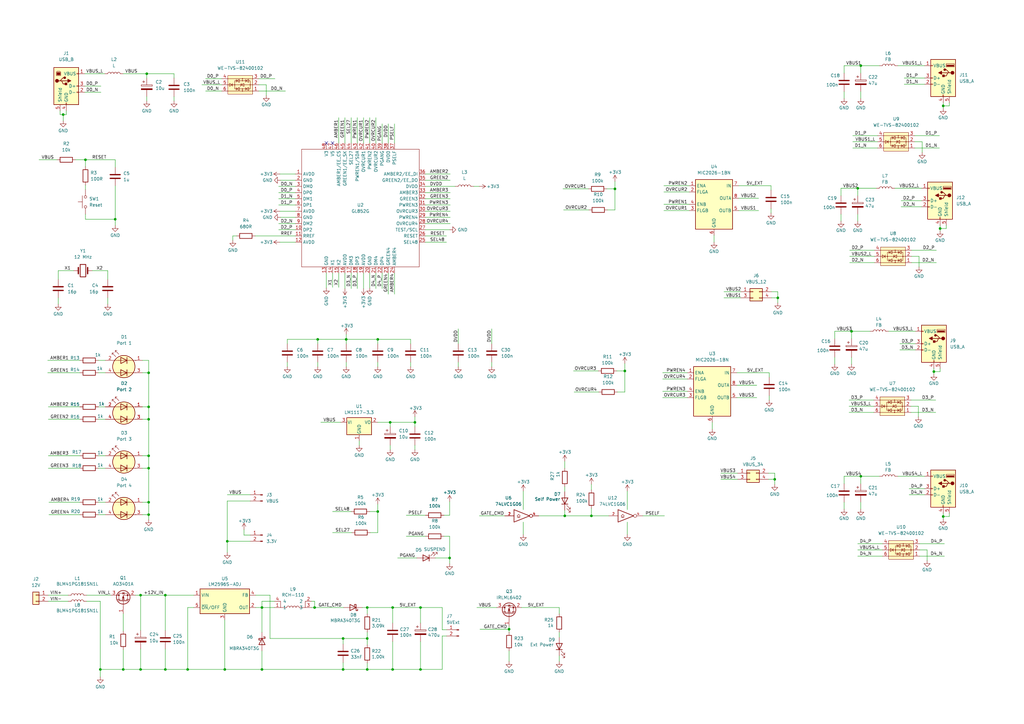
<source format=kicad_sch>
(kicad_sch (version 20211123) (generator eeschema)
  (paper "A3")
  (junction (at 383.032 152.4))
  (junction (at 231.648 211.582))
  (junction (at 60.96 211.074))
  (junction (at 60.96 205.994))
  (junction (at 252.222 77.47))
  (junction (at 57.658 244.094))
  (junction (at 140.716 274.574))
  (junction (at 67.818 274.574))
  (junction (at 130.302 139.192))
  (junction (at 208.788 258.064))
  (junction (at 150.622 249.174))
  (junction (at 107.442 249.174))
  (junction (at 60.96 166.878))
  (junction (at 170.18 173.228))
  (junction (at 150.622 261.874))
  (junction (at 140.716 261.874))
  (junction (at 154.94 209.804))
  (junction (at 161.036 249.174))
  (junction (at 76.962 274.574))
  (junction (at 67.818 244.094))
  (junction (at 60.198 30.226))
  (junction (at 256.286 152.146))
  (junction (at 172.466 249.174))
  (junction (at 184.404 228.854))
  (junction (at 50.546 274.574))
  (junction (at 154.94 139.192))
  (junction (at 25.908 46.99))
  (junction (at 129.032 249.174))
  (junction (at 317.754 196.596))
  (junction (at 141.986 139.192))
  (junction (at 60.96 186.944))
  (junction (at 92.202 274.574))
  (junction (at 351.79 77.216))
  (junction (at 93.218 221.996))
  (junction (at 172.466 274.574))
  (junction (at 319.024 122.174))
  (junction (at 60.96 192.024))
  (junction (at 60.96 152.908))
  (junction (at 161.036 274.574))
  (junction (at 150.622 274.574))
  (junction (at 353.06 26.924))
  (junction (at 47.244 89.916))
  (junction (at 349.25 135.89))
  (junction (at 57.658 274.574))
  (junction (at 160.02 173.228))
  (junction (at 60.96 171.958))
  (junction (at 41.148 274.574))
  (junction (at 107.442 274.574))
  (junction (at 353.06 195.326))
  (junction (at 386.842 43.434))
  (junction (at 242.57 211.582))
  (junction (at 385.572 93.726))
  (junction (at 386.842 211.836))
  (junction (at 35.052 65.532))
  (no_connect (at 133.858 58.674))
  (no_connect (at 136.398 58.674))
  (wire (pts (xy 60.96 166.878) (xy 60.96 171.958)))
  (wire (pts (xy 107.442 274.574) (xy 140.716 274.574)))
  (wire (pts (xy 181.356 274.574) (xy 172.466 274.574)))
  (wire (pts (xy 346.202 26.924) (xy 346.202 29.972)))
  (wire (pts (xy 23.876 110.998) (xy 23.876 114.554)))
  (wire (pts (xy 316.484 119.634) (xy 319.024 119.634)))
  (wire (pts (xy 201.676 148.59) (xy 201.676 150.368)))
  (wire (pts (xy 303.022 86.36) (xy 311.15 86.36)))
  (wire (pts (xy 60.96 192.024) (xy 60.96 205.994)))
  (wire (pts (xy 342.392 135.89) (xy 342.392 138.938)))
  (wire (pts (xy 375.158 60.706) (xy 385.318 60.706)))
  (wire (pts (xy 40.386 166.878) (xy 43.18 166.878)))
  (wire (pts (xy 252.222 86.106) (xy 249.174 86.106)))
  (wire (pts (xy 248.92 77.47) (xy 252.222 77.47)))
  (wire (pts (xy 121.158 99.314) (xy 114.808 99.314)))
  (wire (pts (xy 242.57 208.534) (xy 242.57 211.582)))
  (wire (pts (xy 154.94 148.59) (xy 154.94 150.368)))
  (wire (pts (xy 172.466 255.524) (xy 172.466 249.174)))
  (wire (pts (xy 133.858 112.014) (xy 133.858 118.11)))
  (wire (pts (xy 147.32 180.848) (xy 147.32 182.626)))
  (wire (pts (xy 388.112 93.726) (xy 385.572 93.726)))
  (wire (pts (xy 106.172 37.338) (xy 117.094 37.338)))
  (wire (pts (xy 168.402 148.59) (xy 168.402 150.368)))
  (wire (pts (xy 256.286 160.782) (xy 253.238 160.782)))
  (wire (pts (xy 174.498 78.994) (xy 184.658 78.994)))
  (wire (pts (xy 170.18 182.626) (xy 170.18 184.404)))
  (wire (pts (xy 114.3 78.994) (xy 121.158 78.994)))
  (wire (pts (xy 351.79 228.092) (xy 361.95 228.092)))
  (wire (pts (xy 196.85 258.064) (xy 208.788 258.064)))
  (wire (pts (xy 150.622 264.414) (xy 150.622 261.874)))
  (wire (pts (xy 389.382 210.566) (xy 389.382 211.836)))
  (wire (pts (xy 368.3 26.924) (xy 379.222 26.924)))
  (wire (pts (xy 30.226 110.998) (xy 23.876 110.998)))
  (wire (pts (xy 351.79 87.884) (xy 351.79 90.678)))
  (wire (pts (xy 184.404 205.74) (xy 184.404 211.328)))
  (wire (pts (xy 149.098 112.014) (xy 149.098 118.364)))
  (wire (pts (xy 117.856 140.97) (xy 117.856 139.192)))
  (wire (pts (xy 377.952 82.296) (xy 369.57 82.296)))
  (wire (pts (xy 19.558 147.828) (xy 32.766 147.828)))
  (wire (pts (xy 47.244 76.2) (xy 47.244 89.916)))
  (wire (pts (xy 168.402 140.97) (xy 168.402 139.192)))
  (wire (pts (xy 40.386 152.908) (xy 43.18 152.908)))
  (wire (pts (xy 50.546 274.574) (xy 57.658 274.574)))
  (wire (pts (xy 154.94 139.192) (xy 168.402 139.192)))
  (wire (pts (xy 84.328 37.338) (xy 90.932 37.338)))
  (wire (pts (xy 57.658 244.094) (xy 57.658 258.572)))
  (wire (pts (xy 57.658 244.094) (xy 67.818 244.094)))
  (wire (pts (xy 154.178 48.26) (xy 154.178 58.674)))
  (wire (pts (xy 174.498 71.374) (xy 184.658 71.374)))
  (wire (pts (xy 160.02 173.228) (xy 170.18 173.228)))
  (wire (pts (xy 136.398 112.014) (xy 136.398 117.856)))
  (wire (pts (xy 271.78 155.448) (xy 281.94 155.448)))
  (wire (pts (xy 174.498 99.314) (xy 183.134 99.314)))
  (wire (pts (xy 35.052 65.532) (xy 35.052 68.326)))
  (wire (pts (xy 19.558 152.908) (xy 32.766 152.908)))
  (wire (pts (xy 35.052 75.946) (xy 35.052 77.724)))
  (wire (pts (xy 242.57 198.628) (xy 242.57 200.914)))
  (wire (pts (xy 166.624 211.328) (xy 174.498 211.328)))
  (wire (pts (xy 148.59 249.174) (xy 150.622 249.174)))
  (wire (pts (xy 373.888 105.156) (xy 376.936 105.156)))
  (wire (pts (xy 27.178 45.466) (xy 27.178 46.99)))
  (wire (pts (xy 315.468 154.686) (xy 315.468 152.908)))
  (wire (pts (xy 160.02 173.228) (xy 160.02 175.006)))
  (wire (pts (xy 16.002 65.532) (xy 23.368 65.532)))
  (wire (pts (xy 25.908 46.99) (xy 24.638 46.99)))
  (wire (pts (xy 302.26 157.988) (xy 310.388 157.988)))
  (wire (pts (xy 174.498 84.074) (xy 184.658 84.074)))
  (wire (pts (xy 60.96 171.958) (xy 60.96 186.944)))
  (wire (pts (xy 377.952 84.836) (xy 369.57 84.836)))
  (wire (pts (xy 174.498 76.454) (xy 186.69 76.454)))
  (wire (pts (xy 50.546 266.446) (xy 50.546 274.574)))
  (wire (pts (xy 34.798 30.226) (xy 42.926 30.226)))
  (wire (pts (xy 348.234 166.624) (xy 358.394 166.624)))
  (wire (pts (xy 110.744 244.094) (xy 110.744 261.874)))
  (wire (pts (xy 60.96 147.828) (xy 60.96 152.908)))
  (wire (pts (xy 282.702 86.36) (xy 272.288 86.36)))
  (wire (pts (xy 93.218 221.996) (xy 93.218 226.568)))
  (wire (pts (xy 41.148 246.634) (xy 41.148 274.574)))
  (wire (pts (xy 369.062 140.97) (xy 375.412 140.97)))
  (wire (pts (xy 102.616 219.456) (xy 100.076 219.456)))
  (wire (pts (xy 114.3 81.534) (xy 121.158 81.534)))
  (wire (pts (xy 161.036 263.144) (xy 161.036 274.574)))
  (wire (pts (xy 353.06 195.326) (xy 353.06 198.374)))
  (wire (pts (xy 30.988 65.532) (xy 35.052 65.532)))
  (wire (pts (xy 60.96 171.958) (xy 58.42 171.958)))
  (wire (pts (xy 121.158 73.914) (xy 115.062 73.914)))
  (wire (pts (xy 213.868 249.174) (xy 229.362 249.174)))
  (wire (pts (xy 130.302 148.59) (xy 130.302 150.368)))
  (wire (pts (xy 35.052 87.884) (xy 35.052 89.916)))
  (wire (pts (xy 19.812 171.958) (xy 32.766 171.958)))
  (wire (pts (xy 150.622 251.714) (xy 150.622 249.174)))
  (wire (pts (xy 114.3 76.454) (xy 121.158 76.454)))
  (wire (pts (xy 174.498 81.534) (xy 184.658 81.534)))
  (wire (pts (xy 154.94 206.756) (xy 154.94 209.804)))
  (wire (pts (xy 19.812 166.878) (xy 32.766 166.878)))
  (wire (pts (xy 19.812 246.634) (xy 27.94 246.634)))
  (wire (pts (xy 144.018 209.804) (xy 136.398 209.804)))
  (wire (pts (xy 257.302 214.122) (xy 257.302 219.202)))
  (wire (pts (xy 76.962 249.174) (xy 76.962 274.574)))
  (wire (pts (xy 50.546 251.714) (xy 50.546 258.826)))
  (wire (pts (xy 315.214 194.056) (xy 317.754 194.056)))
  (wire (pts (xy 161.798 50.8) (xy 161.798 58.674)))
  (wire (pts (xy 256.286 152.146) (xy 256.286 160.782)))
  (wire (pts (xy 252.984 152.146) (xy 256.286 152.146)))
  (wire (pts (xy 351.79 77.216) (xy 359.41 77.216)))
  (wire (pts (xy 174.498 94.234) (xy 184.404 94.234)))
  (wire (pts (xy 163.068 228.854) (xy 170.942 228.854)))
  (wire (pts (xy 154.94 209.804) (xy 154.94 218.44)))
  (wire (pts (xy 106.172 32.258) (xy 112.776 32.258)))
  (wire (pts (xy 241.554 86.106) (xy 231.14 86.106)))
  (wire (pts (xy 379.222 34.544) (xy 370.84 34.544)))
  (wire (pts (xy 346.202 195.326) (xy 346.202 198.374)))
  (wire (pts (xy 372.872 202.946) (xy 379.222 202.946)))
  (wire (pts (xy 67.818 274.574) (xy 76.962 274.574)))
  (wire (pts (xy 71.374 39.624) (xy 71.374 41.402)))
  (wire (pts (xy 373.634 169.164) (xy 383.794 169.164)))
  (wire (pts (xy 19.812 186.944) (xy 32.766 186.944)))
  (wire (pts (xy 348.234 164.084) (xy 358.394 164.084)))
  (wire (pts (xy 95.504 96.774) (xy 95.504 98.552)))
  (wire (pts (xy 174.498 96.774) (xy 183.134 96.774)))
  (wire (pts (xy 141.478 112.014) (xy 141.478 118.364)))
  (wire (pts (xy 292.1 173.228) (xy 292.1 176.022)))
  (wire (pts (xy 369.062 143.51) (xy 375.412 143.51)))
  (wire (pts (xy 60.96 152.908) (xy 58.42 152.908)))
  (wire (pts (xy 140.716 274.574) (xy 150.622 274.574)))
  (wire (pts (xy 151.638 48.26) (xy 151.638 58.674)))
  (wire (pts (xy 373.634 166.624) (xy 376.682 166.624)))
  (wire (pts (xy 58.42 186.944) (xy 60.96 186.944)))
  (wire (pts (xy 35.052 65.532) (xy 47.244 65.532)))
  (wire (pts (xy 154.94 140.97) (xy 154.94 139.192)))
  (wire (pts (xy 146.558 48.26) (xy 146.558 58.674)))
  (wire (pts (xy 141.986 137.16) (xy 141.986 139.192)))
  (wire (pts (xy 92.202 254.254) (xy 92.202 274.574)))
  (wire (pts (xy 231.648 211.582) (xy 242.57 211.582)))
  (wire (pts (xy 151.638 209.804) (xy 154.94 209.804)))
  (wire (pts (xy 375.158 58.166) (xy 378.206 58.166)))
  (wire (pts (xy 92.202 274.574) (xy 107.442 274.574)))
  (wire (pts (xy 317.754 196.596) (xy 317.754 198.628)))
  (wire (pts (xy 107.442 274.574) (xy 107.442 266.954)))
  (wire (pts (xy 349.25 135.89) (xy 349.25 138.938)))
  (wire (pts (xy 303.022 81.28) (xy 311.15 81.28)))
  (wire (pts (xy 79.502 249.174) (xy 76.962 249.174)))
  (wire (pts (xy 351.79 223.012) (xy 361.95 223.012)))
  (wire (pts (xy 104.648 96.774) (xy 121.158 96.774)))
  (wire (pts (xy 348.234 169.164) (xy 358.394 169.164)))
  (wire (pts (xy 386.842 210.566) (xy 386.842 211.836)))
  (wire (pts (xy 385.572 151.13) (xy 385.572 152.4)))
  (wire (pts (xy 40.386 192.024) (xy 43.18 192.024)))
  (wire (pts (xy 316.23 77.978) (xy 316.23 76.2)))
  (wire (pts (xy 107.442 249.174) (xy 112.522 249.174)))
  (wire (pts (xy 214.63 214.122) (xy 214.63 219.202)))
  (wire (pts (xy 104.902 244.094) (xy 110.744 244.094)))
  (wire (pts (xy 303.022 76.2) (xy 316.23 76.2)))
  (wire (pts (xy 388.112 92.456) (xy 388.112 93.726)))
  (wire (pts (xy 346.202 26.924) (xy 353.06 26.924)))
  (wire (pts (xy 93.218 205.486) (xy 93.218 221.996)))
  (wire (pts (xy 159.258 112.014) (xy 159.258 120.65)))
  (wire (pts (xy 385.572 93.726) (xy 385.572 94.742)))
  (wire (pts (xy 346.202 37.592) (xy 346.202 40.386)))
  (wire (pts (xy 150.622 274.574) (xy 161.036 274.574)))
  (wire (pts (xy 114.3 94.234) (xy 121.158 94.234)))
  (wire (pts (xy 150.622 249.174) (xy 161.036 249.174)))
  (wire (pts (xy 344.932 77.216) (xy 351.79 77.216)))
  (wire (pts (xy 231.648 209.296) (xy 231.648 211.582)))
  (wire (pts (xy 129.032 246.634) (xy 129.032 249.174)))
  (wire (pts (xy 302.514 194.056) (xy 295.656 194.056)))
  (wire (pts (xy 349.758 55.626) (xy 359.918 55.626)))
  (wire (pts (xy 154.178 112.014) (xy 154.178 118.364)))
  (wire (pts (xy 44.196 122.174) (xy 44.196 124.714)))
  (wire (pts (xy 346.202 205.994) (xy 346.202 208.788)))
  (wire (pts (xy 349.25 135.89) (xy 356.87 135.89)))
  (wire (pts (xy 208.788 256.794) (xy 208.788 258.064)))
  (wire (pts (xy 229.362 261.366) (xy 229.362 259.334)))
  (wire (pts (xy 178.562 228.854) (xy 184.404 228.854)))
  (wire (pts (xy 282.702 83.82) (xy 272.288 83.82)))
  (wire (pts (xy 35.56 246.634) (xy 41.148 246.634)))
  (wire (pts (xy 107.442 249.174) (xy 107.442 259.334)))
  (wire (pts (xy 316.484 122.174) (xy 319.024 122.174)))
  (wire (pts (xy 34.798 35.306) (xy 41.402 35.306)))
  (wire (pts (xy 67.818 258.572) (xy 67.818 244.094)))
  (wire (pts (xy 319.024 119.634) (xy 319.024 122.174)))
  (wire (pts (xy 60.96 192.024) (xy 58.42 192.024)))
  (wire (pts (xy 37.846 110.998) (xy 44.196 110.998)))
  (wire (pts (xy 315.214 196.596) (xy 317.754 196.596)))
  (wire (pts (xy 380.238 225.552) (xy 380.238 229.87)))
  (wire (pts (xy 60.96 205.994) (xy 60.96 211.074)))
  (wire (pts (xy 161.036 255.524) (xy 161.036 249.174)))
  (wire (pts (xy 187.96 148.59) (xy 187.96 150.368)))
  (wire (pts (xy 344.932 77.216) (xy 344.932 80.264)))
  (wire (pts (xy 112.522 246.634) (xy 107.442 246.634)))
  (wire (pts (xy 144.272 218.44) (xy 136.398 218.44)))
  (wire (pts (xy 372.872 200.406) (xy 379.222 200.406)))
  (wire (pts (xy 346.202 195.326) (xy 353.06 195.326)))
  (wire (pts (xy 349.758 60.706) (xy 359.918 60.706)))
  (wire (pts (xy 184.404 219.964) (xy 182.118 219.964)))
  (wire (pts (xy 302.26 163.068) (xy 310.388 163.068)))
  (wire (pts (xy 141.986 140.97) (xy 141.986 139.192)))
  (wire (pts (xy 378.206 58.166) (xy 378.206 62.484)))
  (wire (pts (xy 364.49 135.89) (xy 375.412 135.89)))
  (wire (pts (xy 181.356 249.174) (xy 172.466 249.174)))
  (wire (pts (xy 47.244 65.532) (xy 47.244 68.58)))
  (wire (pts (xy 127.762 249.174) (xy 129.032 249.174)))
  (wire (pts (xy 172.466 249.174) (xy 161.036 249.174)))
  (wire (pts (xy 376.682 166.624) (xy 376.682 170.942)))
  (wire (pts (xy 141.986 139.192) (xy 154.94 139.192)))
  (wire (pts (xy 377.19 223.012) (xy 387.35 223.012)))
  (wire (pts (xy 60.96 152.908) (xy 60.96 166.878)))
  (wire (pts (xy 195.58 249.174) (xy 203.708 249.174)))
  (wire (pts (xy 19.812 244.094) (xy 27.94 244.094)))
  (wire (pts (xy 351.79 225.552) (xy 361.95 225.552)))
  (wire (pts (xy 109.22 34.798) (xy 109.22 39.116)))
  (wire (pts (xy 150.622 272.034) (xy 150.622 274.574)))
  (wire (pts (xy 57.658 266.192) (xy 57.658 274.574)))
  (wire (pts (xy 55.626 244.094) (xy 57.658 244.094)))
  (wire (pts (xy 208.788 258.064) (xy 208.788 259.334)))
  (wire (pts (xy 146.558 112.014) (xy 146.558 118.364)))
  (wire (pts (xy 151.638 112.014) (xy 151.638 118.11)))
  (wire (pts (xy 172.466 274.574) (xy 172.466 263.144)))
  (wire (pts (xy 214.63 201.422) (xy 214.63 209.042)))
  (wire (pts (xy 130.302 140.97) (xy 130.302 139.192)))
  (wire (pts (xy 106.172 34.798) (xy 109.22 34.798)))
  (wire (pts (xy 129.032 249.174) (xy 140.97 249.174)))
  (wire (pts (xy 40.386 211.074) (xy 43.18 211.074)))
  (wire (pts (xy 349.758 58.166) (xy 359.918 58.166)))
  (wire (pts (xy 174.498 91.694) (xy 184.658 91.694)))
  (wire (pts (xy 385.572 92.456) (xy 385.572 93.726)))
  (wire (pts (xy 271.78 152.908) (xy 281.94 152.908)))
  (wire (pts (xy 263.652 211.582) (xy 272.542 211.582)))
  (wire (pts (xy 114.3 84.074) (xy 121.158 84.074)))
  (wire (pts (xy 60.198 39.624) (xy 60.198 41.402)))
  (wire (pts (xy 319.024 122.174) (xy 319.024 124.206)))
  (wire (pts (xy 353.06 205.994) (xy 353.06 208.788)))
  (wire (pts (xy 41.148 274.574) (xy 50.546 274.574)))
  (wire (pts (xy 383.032 152.4) (xy 383.032 153.416)))
  (wire (pts (xy 229.362 249.174) (xy 229.362 251.714)))
  (wire (pts (xy 127.762 246.634) (xy 129.032 246.634)))
  (wire (pts (xy 159.258 50.8) (xy 159.258 58.674)))
  (wire (pts (xy 296.926 119.634) (xy 303.784 119.634)))
  (wire (pts (xy 60.96 211.074) (xy 58.42 211.074)))
  (wire (pts (xy 161.036 274.574) (xy 172.466 274.574)))
  (wire (pts (xy 67.818 244.094) (xy 79.502 244.094)))
  (wire (pts (xy 41.148 274.574) (xy 41.148 277.622)))
  (wire (pts (xy 60.96 186.944) (xy 60.96 192.024)))
  (wire (pts (xy 181.356 258.318) (xy 181.356 249.174)))
  (wire (pts (xy 97.028 96.774) (xy 95.504 96.774)))
  (wire (pts (xy 342.392 135.89) (xy 349.25 135.89)))
  (wire (pts (xy 140.716 261.874) (xy 140.716 264.16)))
  (wire (pts (xy 252.222 74.422) (xy 252.222 77.47)))
  (wire (pts (xy 377.19 225.552) (xy 380.238 225.552)))
  (wire (pts (xy 353.06 26.924) (xy 353.06 29.972)))
  (wire (pts (xy 154.94 218.44) (xy 151.892 218.44)))
  (wire (pts (xy 19.812 192.024) (xy 32.766 192.024)))
  (wire (pts (xy 71.374 32.004) (xy 71.374 30.226)))
  (wire (pts (xy 71.374 30.226) (xy 60.198 30.226)))
  (wire (pts (xy 150.622 261.874) (xy 150.622 259.334)))
  (wire (pts (xy 271.78 160.528) (xy 281.94 160.528)))
  (wire (pts (xy 35.052 89.916) (xy 47.244 89.916)))
  (wire (pts (xy 373.634 164.084) (xy 383.794 164.084)))
  (wire (pts (xy 389.382 211.836) (xy 386.842 211.836)))
  (wire (pts (xy 47.244 89.916) (xy 47.244 92.456)))
  (wire (pts (xy 386.842 42.164) (xy 386.842 43.434)))
  (wire (pts (xy 174.498 73.914) (xy 184.658 73.914)))
  (wire (pts (xy 252.222 77.47) (xy 252.222 86.106)))
  (wire (pts (xy 58.42 147.828) (xy 60.96 147.828)))
  (wire (pts (xy 368.3 195.326) (xy 379.222 195.326)))
  (wire (pts (xy 282.702 78.74) (xy 272.288 78.74)))
  (wire (pts (xy 138.938 112.014) (xy 138.938 117.856)))
  (wire (pts (xy 292.862 96.52) (xy 292.862 99.314)))
  (wire (pts (xy 375.158 55.626) (xy 385.318 55.626)))
  (wire (pts (xy 174.498 86.614) (xy 184.658 86.614)))
  (wire (pts (xy 389.382 43.434) (xy 386.842 43.434)))
  (wire (pts (xy 379.222 32.004) (xy 370.84 32.004)))
  (wire (pts (xy 138.938 48.26) (xy 138.938 58.674)))
  (wire (pts (xy 140.716 261.874) (xy 150.622 261.874)))
  (wire (pts (xy 60.96 211.074) (xy 60.96 213.106)))
  (wire (pts (xy 170.18 175.006) (xy 170.18 173.228)))
  (wire (pts (xy 58.42 166.878) (xy 60.96 166.878)))
  (wire (pts (xy 377.19 228.092) (xy 387.35 228.092)))
  (wire (pts (xy 302.26 152.908) (xy 315.468 152.908)))
  (wire (pts (xy 194.31 76.454) (xy 196.596 76.454)))
  (wire (pts (xy 208.788 266.954) (xy 208.788 271.272)))
  (wire (pts (xy 107.442 246.634) (xy 107.442 249.174)))
  (wire (pts (xy 92.202 274.574) (xy 76.962 274.574)))
  (wire (pts (xy 385.572 152.4) (xy 383.032 152.4)))
  (wire (pts (xy 40.386 171.958) (xy 43.18 171.958)))
  (wire (pts (xy 117.856 139.192) (xy 130.302 139.192)))
  (wire (pts (xy 271.78 163.068) (xy 281.94 163.068)))
  (wire (pts (xy 35.56 244.094) (xy 45.466 244.094)))
  (wire (pts (xy 220.98 211.582) (xy 231.648 211.582)))
  (wire (pts (xy 166.624 219.964) (xy 174.498 219.964)))
  (wire (pts (xy 156.718 50.8) (xy 156.718 58.674)))
  (wire (pts (xy 302.514 196.596) (xy 295.656 196.596)))
  (wire (pts (xy 316.23 85.598) (xy 316.23 87.376)))
  (wire (pts (xy 348.488 105.156) (xy 358.648 105.156)))
  (wire (pts (xy 67.818 266.192) (xy 67.818 274.574)))
  (wire (pts (xy 50.546 30.226) (xy 60.198 30.226)))
  (wire (pts (xy 353.06 37.592) (xy 353.06 40.386)))
  (wire (pts (xy 131.572 173.228) (xy 139.7 173.228)))
  (wire (pts (xy 160.02 182.626) (xy 160.02 184.404)))
  (wire (pts (xy 20.066 211.074) (xy 32.766 211.074)))
  (wire (pts (xy 57.658 274.574) (xy 67.818 274.574)))
  (wire (pts (xy 144.018 112.014) (xy 144.018 118.364)))
  (wire (pts (xy 229.362 268.986) (xy 229.362 271.272)))
  (wire (pts (xy 231.648 192.024) (xy 231.648 189.23)))
  (wire (pts (xy 353.06 26.924) (xy 360.68 26.924)))
  (wire (pts (xy 141.478 48.26) (xy 141.478 58.674)))
  (wire (pts (xy 25.908 46.99) (xy 25.908 49.53)))
  (wire (pts (xy 40.386 205.994) (xy 43.18 205.994)))
  (wire (pts (xy 149.098 48.26) (xy 149.098 58.674)))
  (wire (pts (xy 231.648 201.676) (xy 231.648 199.644)))
  (wire (pts (xy 181.356 260.858) (xy 181.356 274.574)))
  (wire (pts (xy 349.25 146.558) (xy 349.25 149.352)))
  (wire (pts (xy 20.066 205.994) (xy 32.766 205.994)))
  (wire (pts (xy 141.986 148.59) (xy 141.986 150.368)))
  (wire (pts (xy 130.302 139.192) (xy 141.986 139.192)))
  (wire (pts (xy 183.134 258.318) (xy 181.356 258.318)))
  (wire (pts (xy 24.638 46.99) (xy 24.638 45.466)))
  (wire (pts (xy 27.178 46.99) (xy 25.908 46.99)))
  (wire (pts (xy 156.718 112.014) (xy 156.718 118.364)))
  (wire (pts (xy 344.932 87.884) (xy 344.932 90.678)))
  (wire (pts (xy 196.596 211.582) (xy 207.01 211.582)))
  (wire (pts (xy 23.876 122.174) (xy 23.876 124.714)))
  (wire (pts (xy 256.286 149.098) (xy 256.286 152.146)))
  (wire (pts (xy 93.218 202.946) (xy 102.616 202.946)))
  (wire (pts (xy 170.18 170.942) (xy 170.18 173.228)))
  (wire (pts (xy 110.744 261.874) (xy 140.716 261.874)))
  (wire (pts (xy 367.03 77.216) (xy 377.952 77.216)))
  (wire (pts (xy 342.392 146.558) (xy 342.392 149.352)))
  (wire (pts (xy 182.118 211.328) (xy 184.404 211.328)))
  (wire (pts (xy 235.458 160.782) (xy 245.618 160.782)))
  (wire (pts (xy 184.404 219.964) (xy 184.404 228.854)))
  (wire (pts (xy 315.468 162.306) (xy 315.468 164.084)))
  (wire (pts (xy 386.842 43.434) (xy 386.842 44.45)))
  (wire (pts (xy 174.498 89.154) (xy 184.658 89.154)))
  (wire (pts (xy 34.798 37.846) (xy 41.402 37.846)))
  (wire (pts (xy 84.328 32.258) (xy 90.932 32.258)))
  (wire (pts (xy 114.3 91.694) (xy 121.158 91.694)))
  (wire (pts (xy 242.57 211.582) (xy 249.682 211.582)))
  (wire (pts (xy 184.404 228.854) (xy 184.404 231.14)))
  (wire (pts (xy 376.936 105.156) (xy 376.936 109.474)))
  (wire (pts (xy 117.856 148.59) (xy 117.856 150.368)))
  (wire (pts (xy 161.798 112.014) (xy 161.798 120.65)))
  (wire (pts (xy 257.302 201.422) (xy 257.302 209.042)))
  (wire (pts (xy 386.842 211.836) (xy 386.842 212.852)))
  (wire (pts (xy 104.902 249.174) (xy 107.442 249.174)))
  (wire (pts (xy 241.3 77.47) (xy 230.886 77.47)))
  (wire (pts (xy 348.488 107.696) (xy 358.648 107.696)))
  (wire (pts (xy 187.96 140.97) (xy 187.96 134.874)))
  (wire (pts (xy 102.616 205.486) (xy 93.218 205.486)))
  (wire (pts (xy 44.196 110.998) (xy 44.196 114.554)))
  (wire (pts (xy 121.158 71.374) (xy 114.808 71.374)))
  (wire (pts (xy 183.134 260.858) (xy 181.356 260.858)))
  (wire (pts (xy 40.386 147.828) (xy 43.18 147.828)))
  (wire (pts (xy 296.926 122.174) (xy 303.784 122.174)))
  (wire (pts (xy 348.488 102.616) (xy 358.648 102.616)))
  (wire (pts (xy 144.018 48.26) (xy 144.018 58.674)))
  (wire (pts (xy 383.032 151.13) (xy 383.032 152.4)))
  (wire (pts (xy 100.076 217.17) (xy 100.076 219.456)))
  (wire (pts (xy 235.204 152.146) (xy 245.364 152.146)))
  (wire (pts (xy 40.386 186.944) (xy 43.18 186.944)))
  (wire (pts (xy 58.42 205.994) (xy 60.96 205.994)))
  (wire (pts (xy 353.06 195.326) (xy 360.68 195.326)))
  (wire (pts (xy 373.888 107.696) (xy 384.048 107.696)))
  (wire (pts (xy 389.382 42.164) (xy 389.382 43.434)))
  (wire (pts (xy 282.702 76.2) (xy 272.288 76.2)))
  (wire (pts (xy 121.158 86.614) (xy 114.808 86.614)))
  (wire (pts (xy 60.198 30.226) (xy 60.198 32.004)))
  (wire (pts (xy 140.716 271.78) (xy 140.716 274.574)))
  (wire (pts (xy 201.676 140.97) (xy 201.676 134.874)))
  (wire (pts (xy 317.754 194.056) (xy 317.754 196.596)))
  (wire (pts (xy 82.804 34.798) (xy 90.932 34.798)))
  (wire (pts (xy 351.79 77.216) (xy 351.79 80.264)))
  (wire (pts (xy 154.94 173.228) (xy 160.02 173.228)))
  (wire (pts (xy 121.158 89.154) (xy 115.062 89.154)))
  (wire (pts (xy 102.616 221.996) (xy 93.218 221.996)))
  (wire (pts (xy 373.888 102.616) (xy 384.048 102.616)))
  (label "AMBER1" (at 138.938 49.022 270))
  (label "VBUS3" (at 309.372 163.068 180))
  (label "DVDD" (at 201.676 140.462 90))
  (label "D0_N" (at 84.836 37.338 0))
  (label "D4_P" (at 378.46 200.406 180))
  (label "GATE_CMD" (at 197.104 211.582 0))
  (label "D1_N" (at 350.52 60.706 0))
  (label "D4_N" (at 386.588 228.092 180))
  (label "VBUS2_L" (at 349.25 105.156 0))
  (label "VBUS3_L" (at 366.268 135.89 0))
  (label "PSELF" (at 264.668 211.582 0))
  (label "VBUS2" (at 310.134 81.28 180))
  (label "OVRCUR3" (at 183.896 86.614 180))
  (label "DVDD" (at 187.96 140.462 90))
  (label "PWREN1" (at 281.94 83.82 180))
  (label "VBUS1_L" (at 370.078 26.924 0))
  (label "PGANG" (at 163.83 228.854 0))
  (label "D2_N" (at 115.062 91.694 0))
  (label "X2" (at 138.938 117.094 90))
  (label "D3_P" (at 348.996 164.084 0))
  (label "VBUS4" (at 346.964 195.326 0))
  (label "AMBER1" (at 28.194 147.828 180))
  (label "PSELF" (at 167.386 211.328 0))
  (label "D3_P" (at 146.558 117.602 90))
  (label "5V_EXT" (at 306.324 152.908 0))
  (label "D3_P" (at 383.032 164.084 180))
  (label "DVDD" (at 159.258 51.308 270))
  (label "GREEN4" (at 159.258 119.888 90))
  (label "GREEN1" (at 28.194 152.908 180))
  (label "D3_N" (at 383.032 169.164 180))
  (label "GREEN2" (at 28.194 171.958 180))
  (label "X2" (at 42.164 110.998 180))
  (label "VBUS" (at 17.018 65.532 0))
  (label "VBUS1" (at 310.134 86.36 180))
  (label "GREEN3" (at 183.896 81.534 180))
  (label "VBUS" (at 93.98 202.946 0))
  (label "D1_P" (at 115.062 84.074 0))
  (label "RREF" (at 115.062 96.774 0))
  (label "OVRCUR4" (at 244.856 160.782 180))
  (label "PGANG" (at 156.718 51.562 270))
  (label "D4_P" (at 352.552 223.012 0))
  (label "D1_N" (at 379.476 60.706 0))
  (label "D0_P" (at 106.68 32.258 0))
  (label "D2_N" (at 370.332 84.836 0))
  (label "GREEN3" (at 28.194 192.024 180))
  (label "VBUS_L" (at 83.312 34.798 0))
  (label "SEL27" (at 143.51 218.44 180))
  (label "D0_N" (at 35.306 37.846 0))
  (label "RESET" (at 182.372 96.774 180))
  (label "VBUS4" (at 309.372 157.988 180))
  (label "D1_P" (at 350.52 55.626 0))
  (label "VBUS3" (at 301.752 194.056 180))
  (label "GREEN4" (at 20.828 211.074 0))
  (label "D1_N" (at 371.602 34.544 0))
  (label "VBUS" (at 196.342 249.174 0))
  (label "VIN+" (at 20.574 244.094 0))
  (label "VIN-" (at 20.574 246.634 0))
  (label "D0_N" (at 115.062 76.454 0))
  (label "D1_P" (at 371.602 32.004 0))
  (label "D3_N" (at 374.65 143.51 180))
  (label "VBUS1" (at 297.688 122.174 0))
  (label "D2_P" (at 370.332 82.296 0))
  (label "VBUS4_L" (at 352.552 225.552 0))
  (label "AMBER3" (at 28.194 186.944 180))
  (label "AMBER4" (at 161.798 119.888 90))
  (label "PWREN2" (at 281.94 76.2 180))
  (label "RESET" (at 43.688 65.532 180))
  (label "PWREN3" (at 281.178 160.528 180))
  (label "PWREN4" (at 281.178 152.908 180))
  (label "D3_N" (at 144.018 117.602 90))
  (label "X1" (at 136.398 117.094 90))
  (label "D4_P" (at 386.588 223.012 180))
  (label "D4_N" (at 378.46 202.946 180))
  (label "PSELF" (at 161.798 51.562 270))
  (label "OVRCUR3" (at 244.602 152.146 180))
  (label "SEL48" (at 182.372 99.314 180))
  (label "GREEN1" (at 141.478 49.022 270))
  (label "PWREN3" (at 183.896 84.074 180))
  (label "D3_N" (at 348.996 169.164 0))
  (label "D0_P" (at 35.306 35.306 0))
  (label "SEL48" (at 137.414 209.804 0))
  (label "VBUS_L" (at 35.306 30.226 0))
  (label "OVRCUR3" (at 281.178 163.068 180))
  (label "GATE_CMD" (at 130.556 249.174 0))
  (label "D1_P" (at 379.476 55.626 0))
  (label "OVRCUR2" (at 281.94 78.74 180))
  (label "5V_EXT" (at 216.408 249.174 0))
  (label "GATE_CMD" (at 198.374 258.064 0))
  (label "OVRCUR4" (at 281.178 155.448 180))
  (label "VBUS1_L" (at 350.774 58.166 0))
  (label "PWREN4" (at 183.896 89.154 180))
  (label "GREEN2" (at 183.896 73.914 180))
  (label "AMBER2" (at 28.194 166.878 180))
  (label "SEL27" (at 144.018 49.022 270))
  (label "PWREN1" (at 146.558 49.022 270))
  (label "D4_P" (at 156.718 117.602 90))
  (label "D2_N" (at 378.206 107.696 0))
  (label "OVRCUR1" (at 149.098 49.022 270))
  (label "VBUS4_L" (at 370.078 195.326 0))
  (label "VBUS2" (at 297.688 119.634 0))
  (label "D2_P" (at 349.25 102.616 0))
  (label "D2_P" (at 115.062 94.234 0))
  (label "D0_N" (at 110.998 37.338 0))
  (label "VIN_L" (at 40.132 244.094 0))
  (label "D0_P" (at 84.836 32.258 0))
  (label "D0_P" (at 115.062 78.994 0))
  (label "AMBER2" (at 183.896 71.374 180))
  (label "D1_N" (at 115.062 81.534 0))
  (label "VBUS3" (at 343.154 135.89 0))
  (label "OVRCUR1" (at 281.94 86.36 180))
  (label "VBUS4" (at 301.752 196.596 180))
  (label "PWREN2" (at 151.638 49.022 270))
  (label "VBUS2" (at 345.694 77.216 0))
  (label "OVRCUR4" (at 183.896 91.694 180))
  (label "VBUS" (at 132.588 173.228 0))
  (label "D3_P" (at 374.65 140.97 180))
  (label "DVDD" (at 176.276 76.454 0))
  (label "VBUS3_L" (at 348.996 166.624 0))
  (label "D2_N" (at 349.25 107.696 0))
  (label "PGANG" (at 167.386 219.964 0))
  (label "D2_P" (at 378.46 102.616 0))
  (label "VBUS" (at 51.308 30.226 0))
  (label "D4_N" (at 352.552 228.092 0))
  (label "+12V_IN" (at 58.928 244.094 0))
  (label "OVRCUR1" (at 240.538 77.47 180))
  (label "VBUS2_L" (at 368.808 77.216 0))
  (label "D4_N" (at 154.178 117.602 90))
  (label "OVRCUR2" (at 240.792 86.106 180))
  (label "5V_EXT" (at 306.07 76.2 0))
  (label "OVRCUR2" (at 154.178 49.022 270))
  (label "VBUS1" (at 346.964 26.924 0))
  (label "5V_EXT" (at 163.83 249.174 0))
  (label "X1" (at 26.416 110.998 0))
  (label "AMBER4" (at 20.828 205.994 0))
  (label "AMBER3" (at 183.896 78.994 180))
  (symbol (lib_id "Device:C") (at 141.986 144.78 0) (unit 1)
    (property "Reference" "C8" (at 145.796 143.5099 0) (effects (justify left)))
    (property "Value" "100n" (at 145.796 146.0499 0) (effects (justify left)))
    (property "Footprint" "Capacitor_SMD:C_0603_1608Metric_Pad1.08x0.95mm_HandSolder" (effects hide))
  )
  (symbol (lib_id "Device:LED_Dual_KAKA") (at 50.8 208.534 0) (mirror y) (unit 1)
    (property "Reference" "D4" (at 50.927 196.596 0))
    (property "Value" "Port 4" (at 50.927 199.136 0))
    (property "Footprint" "LED_SMD:LED_Kingbright_AAA3528ESGCT" (effects hide))
  )
  (symbol (lib_id "power:GND") (at 346.202 208.788 0) (unit 1)
    (property "Reference" "#PWR046" (effects hide))
    (property "Value" "GND" (at 348.234 212.598 0) (effects (justify right)))
  )
  (symbol (lib_id "power:GND") (at 170.18 184.404 0) (unit 1)
    (property "Reference" "#PWR033" (effects hide))
    (property "Value" "GND" (at 170.18 188.468 0))
  )
  (symbol (lib_id "Device:R") (at 36.576 147.828 270) (unit 1)
    (property "Reference" "R13" (at 30.734 146.812 90))
    (property "Value" "1k" (at 40.132 145.542 90))
    (property "Footprint" "Resistor_SMD:R_0603_1608Metric_Pad0.98x0.95mm_HandSolder" (effects hide))
  )
  (symbol (lib_id "Device:R") (at 249.428 160.782 90) (unit 1)
    (property "Reference" "R12" (at 249.428 154.432 90))
    (property "Value" "100k" (at 249.428 156.972 90))
    (property "Footprint" "Resistor_SMD:R_0603_1608Metric_Pad0.98x0.95mm_HandSolder" (effects hide))
  )
  (symbol (lib_id "Device:R") (at 208.788 263.144 180) (unit 1)
    (property "Reference" "R23" (at 210.82 261.8739 0) (effects (justify right)))
    (property "Value" "10k" (at 210.82 264.4139 0) (effects (justify right)))
    (property "Footprint" "Resistor_SMD:R_0603_1608Metric_Pad0.98x0.95mm_HandSolder" (effects hide))
  )
  (symbol (lib_id "power:GND") (at 60.198 41.402 0) (unit 1)
    (property "Reference" "#PWR05" (effects hide))
    (property "Value" "GND" (at 60.198 45.466 0))
  )
  (symbol (lib_id "Device:L") (at 31.75 246.634 90) (unit 1)
    (property "Reference" "L8" (at 31.75 248.158 90))
    (property "Value" "BLM41PG181SN1L" (at 31.75 250.444 90))
    (property "Footprint" "Inductor_SMD:L_1806_4516Metric_Pad1.45x1.90mm_HandSolder" (effects hide))
  )
  (symbol (lib_id "areal_hlk_7621-rescue:L4-my_device") (at 120.142 249.174 0) (mirror x) (unit 1)
    (property "Reference" "L9" (at 120.142 241.681 0))
    (property "Value" "RCH-110" (at 120.142 243.9924 0))
    (property "Footprint" "a-real-old-lib:RCH110" (effects hide))
  )
  (symbol (lib_id "Device:LED_Dual_KAKA") (at 50.8 150.368 0) (mirror y) (unit 1)
    (property "Reference" "D1" (at 50.927 138.176 0))
    (property "Value" "Port 1" (at 50.927 140.716 0))
    (property "Footprint" "LED_SMD:LED_Kingbright_AAA3528ESGCT" (effects hide))
  )
  (symbol (lib_id "Regulator_Linear:LM1117-3.3") (at 147.32 173.228 0) (unit 1)
    (property "Reference" "U1" (at 147.32 166.624 0))
    (property "Value" "LM1117-3.3" (at 147.32 169.164 0))
    (property "Footprint" "Package_TO_SOT_SMD:SOT-223-3_TabPin2" (effects hide))
    (property "Datasheet" "http://www.ti.com/lit/ds/symlink/lm1117.pdf" (effects hide))
  )
  (symbol (lib_id "Power_Protection:WE-TVS-82400102") (at 366.014 166.624 180) (unit 1)
    (property "Reference" "U7" (at 366.014 157.226 0))
    (property "Value" "WE-TVS-82400102" (at 366.014 159.766 0))
    (property "Footprint" "Package_TO_SOT_SMD:SOT-23-6" (effects hide))
    (property "Datasheet" "https://katalog.we-online.de/pbs/datasheet/82400102.pdf" (effects hide))
  )
  (symbol (lib_id "74xGxx:74LVC1G06") (at 257.302 211.582 0) (unit 1)
    (property "Reference" "U12" (at 251.206 204.216 0))
    (property "Value" "74LVC1G06" (at 251.206 206.756 0))
    (property "Footprint" "Package_TO_SOT_SMD:SOT-23-5_HandSoldering" (effects hide))
    (property "Datasheet" "http://www.ti.com/lit/sg/scyt129e/scyt129e.pdf" (effects hide))
  )
  (symbol (lib_id "Transistor_FET:AO3401A") (at 50.546 246.634 90) (unit 1)
    (property "Reference" "Q1" (at 50.546 236.982 90))
    (property "Value" "AO3401A" (at 50.546 239.522 90))
    (property "Footprint" "Package_TO_SOT_SMD:SOT-23_Handsoldering" (effects hide))
    (property "Datasheet" "http://www.aosmd.com/pdfs/datasheet/AO3401A.pdf" (effects hide))
  )
  (symbol (lib_id "Device:C_Polarized") (at 60.198 35.814 0) (unit 1)
    (property "Reference" "C2" (at 63.754 33.6549 0) (effects (justify left)))
    (property "Value" "10u" (at 63.754 36.1949 0) (effects (justify left)))
    (property "Footprint" "Capacitor_Tantalum_SMD:CP_EIA-3528-21_Kemet-B_Pad1.50x2.35mm_HandSolder" (effects hide))
  )
  (symbol (lib_id "Device:C") (at 344.932 84.074 0) (unit 1)
    (property "Reference" "C19" (at 339.344 81.28 0) (effects (justify left)))
    (property "Value" "100n" (at 337.566 85.09 0) (effects (justify left)))
    (property "Footprint" "Capacitor_SMD:C_0603_1608Metric_Pad1.08x0.95mm_HandSolder" (effects hide))
  )
  (symbol (lib_id "Device:C_Polarized") (at 160.02 178.816 0) (unit 1)
    (property "Reference" "C10" (at 163.576 176.6569 0) (effects (justify left)))
    (property "Value" "10u" (at 163.576 179.1969 0) (effects (justify left)))
    (property "Footprint" "Capacitor_THT:CP_Radial_D5.0mm_P2.50mm" (effects hide))
  )
  (symbol (lib_id "power:+3V3") (at 242.57 198.628 0) (unit 1)
    (property "Reference" "#PWR061" (effects hide))
    (property "Value" "+3V3" (at 242.57 194.818 0))
  )
  (symbol (lib_id "power:GND") (at 353.06 40.386 0) (unit 1)
    (property "Reference" "#PWR051" (effects hide))
    (property "Value" "GND" (at 355.092 44.196 0) (effects (justify right)))
  )
  (symbol (lib_id "Power_Protection:WE-TVS-82400102") (at 98.552 34.798 180) (unit 1)
    (property "Reference" "U11" (at 98.552 25.4 0))
    (property "Value" "WE-TVS-82400102" (at 98.552 27.94 0))
    (property "Footprint" "Package_TO_SOT_SMD:SOT-23-6" (effects hide))
    (property "Datasheet" "https://katalog.we-online.de/pbs/datasheet/82400102.pdf" (effects hide))
  )
  (symbol (lib_id "power:+3V3") (at 184.404 205.74 0) (unit 1)
    (property "Reference" "#PWR034" (effects hide))
    (property "Value" "+3V3" (at 184.404 201.93 0))
  )
  (symbol (lib_id "Device:R") (at 50.546 262.636 0) (unit 1)
    (property "Reference" "R1" (at 44.704 261.112 0) (effects (justify left)))
    (property "Value" "10k" (at 44.958 263.652 0) (effects (justify left)))
    (property "Footprint" "Resistor_SMD:R_0603_1608Metric_Pad0.98x0.95mm_HandSolder" (effects hide))
  )
  (symbol (lib_id "Device:C") (at 187.96 144.78 0) (unit 1)
    (property "Reference" "C13" (at 191.77 143.5099 0) (effects (justify left)))
    (property "Value" "100n" (at 191.77 146.0499 0) (effects (justify left)))
    (property "Footprint" "Capacitor_SMD:C_0603_1608Metric_Pad1.08x0.95mm_HandSolder" (effects hide))
  )
  (symbol (lib_id "Device:LED") (at 231.648 205.486 90) (unit 1)
    (property "Reference" "D7" (at 228.6 202.692 90))
    (property "Value" "Self Power" (at 224.536 204.724 90))
    (property "Footprint" "LED_SMD:LED_0805_2012Metric_Pad1.15x1.40mm_HandSolder" (effects hide))
  )
  (symbol (lib_id "Device:C") (at 154.94 144.78 0) (unit 1)
    (property "Reference" "C9" (at 158.75 143.5099 0) (effects (justify left)))
    (property "Value" "100n" (at 158.75 146.0499 0) (effects (justify left)))
    (property "Footprint" "Capacitor_SMD:C_0603_1608Metric_Pad1.08x0.95mm_HandSolder" (effects hide))
  )
  (symbol (lib_id "Power_Protection:WE-TVS-82400102") (at 366.268 105.156 180) (unit 1)
    (property "Reference" "U8" (at 366.268 95.758 0))
    (property "Value" "WE-TVS-82400102" (at 366.268 98.298 0))
    (property "Footprint" "Package_TO_SOT_SMD:SOT-23-6" (effects hide))
    (property "Datasheet" "https://katalog.we-online.de/pbs/datasheet/82400102.pdf" (effects hide))
  )
  (symbol (lib_id "power:GND") (at 376.936 109.474 0) (unit 1)
    (property "Reference" "#PWR0106" (effects hide))
    (property "Value" "GND" (at 378.968 113.284 0) (effects (justify right)))
  )
  (symbol (lib_id "power:GND") (at 383.032 153.416 0) (unit 1)
    (property "Reference" "#PWR053" (effects hide))
    (property "Value" "GND" (at 385.064 157.226 0) (effects (justify right)))
  )
  (symbol (lib_id "power:+3V3") (at 114.808 86.614 90) (unit 1)
    (property "Reference" "#PWR013" (effects hide))
    (property "Value" "+3V3" (at 109.22 86.614 90))
  )
  (symbol (lib_id "Device:C_Polarized") (at 349.25 142.748 0) (unit 1)
    (property "Reference" "C20" (at 352.298 140.5889 0) (effects (justify left)))
    (property "Value" "47u" (at 352.298 143.1289 0) (effects (justify left)))
    (property "Footprint" "Capacitor_THT:C_Radial_D6.3mm_H5.0mm_P2.50mm" (effects hide))
  )
  (symbol (lib_id "power:GND") (at 292.862 99.314 0) (unit 1)
    (property "Reference" "#PWR042" (effects hide))
    (property "Value" "GND" (at 294.894 103.124 0) (effects (justify right)))
  )
  (symbol (lib_id "power:GND") (at 184.404 94.234 90) (unit 1)
    (property "Reference" "#PWR036" (effects hide))
    (property "Value" "GND" (at 189.738 94.234 90))
  )
  (symbol (lib_id "power:GND") (at 109.22 39.116 0) (unit 1)
    (property "Reference" "#PWR057" (effects hide))
    (property "Value" "GND" (at 111.252 42.926 0) (effects (justify right)))
  )
  (symbol (lib_id "Device:R") (at 36.576 211.074 270) (unit 1)
    (property "Reference" "R20" (at 30.988 209.804 90))
    (property "Value" "1k" (at 41.148 209.804 90))
    (property "Footprint" "Resistor_SMD:R_0603_1608Metric_Pad0.98x0.95mm_HandSolder" (effects hide))
  )
  (symbol (lib_id "areal_hlk_7621-rescue:R-Device") (at 231.648 195.834 180) (unit 1)
    (property "Reference" "R27" (at 226.5426 193.294 90) (effects (justify left)))
    (property "Value" "1k" (at 228.854 193.294 90) (effects (justify left)))
    (property "Footprint" "Resistor_SMD:R_0603_1608Metric_Pad0.98x0.95mm_HandSolder" (effects hide))
  )
  (symbol (lib_id "Device:R") (at 36.576 152.908 270) (unit 1)
    (property "Reference" "R14" (at 30.734 151.638 90))
    (property "Value" "1k" (at 40.894 151.13 90))
    (property "Footprint" "Resistor_SMD:R_0603_1608Metric_Pad0.98x0.95mm_HandSolder" (effects hide))
  )
  (symbol (lib_id "Connector:Conn_01x02_Male") (at 107.696 219.456 0) (mirror y) (unit 1)
    (property "Reference" "J4" (at 109.22 219.4559 0) (effects (justify right)))
    (property "Value" "3.3V" (at 109.22 221.9959 0) (effects (justify right)))
    (property "Footprint" "Connector_PinHeader_2.54mm:PinHeader_1x02_P2.54mm_Vertical" (effects hide))
  )
  (symbol (lib_id "power:GND") (at 187.96 150.368 0) (unit 1)
    (property "Reference" "#PWR037" (effects hide))
    (property "Value" "GND" (at 187.96 154.432 0))
  )
  (symbol (lib_id "Device:LED") (at 174.752 228.854 180) (unit 1)
    (property "Reference" "D5" (at 171.704 225.552 0))
    (property "Value" "SUSPEND" (at 178.308 225.298 0))
    (property "Footprint" "LED_SMD:LED_0805_2012Metric_Pad1.15x1.40mm_HandSolder" (effects hide))
  )
  (symbol (lib_id "Device:C") (at 315.468 158.496 0) (unit 1)
    (property "Reference" "C14" (at 319.278 157.2259 0) (effects (justify left)))
    (property "Value" "100n" (at 319.278 159.7659 0) (effects (justify left)))
    (property "Footprint" "Capacitor_SMD:C_0603_1608Metric_Pad1.08x0.95mm_HandSolder" (effects hide))
  )
  (symbol (lib_id "power:GND") (at 385.572 94.742 0) (unit 1)
    (property "Reference" "#PWR056" (effects hide))
    (property "Value" "GND" (at 387.604 98.552 0) (effects (justify right)))
  )
  (symbol (lib_id "Device:R") (at 36.576 166.878 270) (unit 1)
    (property "Reference" "R15" (at 30.734 165.862 90))
    (property "Value" "1k" (at 41.656 165.608 90))
    (property "Footprint" "Resistor_SMD:R_0603_1608Metric_Pad0.98x0.95mm_HandSolder" (effects hide))
  )
  (symbol (lib_id "power:GND") (at 319.024 124.206 0) (unit 1)
    (property "Reference" "#PWR029" (effects hide))
    (property "Value" "GND" (at 319.024 128.27 0))
  )
  (symbol (lib_id "power:GND") (at 25.908 49.53 0) (unit 1)
    (property "Reference" "#PWR01" (effects hide))
    (property "Value" "GND" (at 25.908 53.594 0))
  )
  (symbol (lib_id "power:GND") (at 93.218 226.568 0) (mirror y) (unit 1)
    (property "Reference" "#PWR017" (effects hide))
    (property "Value" "GND" (at 93.218 230.632 0))
  )
  (symbol (lib_id "Transistor_FET:AO3401A") (at 208.788 251.714 90) (unit 1)
    (property "Reference" "Q3" (at 208.788 242.57 90))
    (property "Value" "IRLML6402" (at 208.788 245.11 90))
    (property "Footprint" "Package_TO_SOT_SMD:SOT-23_Handsoldering" (effects hide))
    (property "Datasheet" "http://www.aosmd.com/pdfs/datasheet/AO3401A.pdf" (effects hide))
  )
  (symbol (lib_id "Connector_Generic:Conn_01x02") (at 14.732 244.094 0) (mirror y) (unit 1)
    (property "Reference" "J2" (at 14.732 237.49 0))
    (property "Value" "12V" (at 14.732 240.03 0))
    (property "Footprint" "Connector_PinHeader_2.54mm:PinHeader_1x02_P2.54mm_Vertical" (effects hide))
  )
  (symbol (lib_id "Device:LED") (at 229.362 265.176 90) (unit 1)
    (property "Reference" "D9" (at 226.314 262.382 90))
    (property "Value" "Ext Power" (at 222.25 264.414 90))
    (property "Footprint" "LED_SMD:LED_0805_2012Metric_Pad1.15x1.40mm_HandSolder" (effects hide))
  )
  (symbol (lib_id "power:+3V3") (at 100.076 217.17 0) (unit 1)
    (property "Reference" "#PWR011" (effects hide))
    (property "Value" "+3V3" (at 100.33 213.614 0))
  )
  (symbol (lib_id "Device:C") (at 170.18 178.816 0) (unit 1)
    (property "Reference" "C12" (at 173.99 177.5459 0) (effects (justify left)))
    (property "Value" "100n" (at 173.99 180.0859 0) (effects (justify left)))
    (property "Footprint" "Capacitor_SMD:C_0603_1608Metric_Pad1.08x0.95mm_HandSolder" (effects hide))
  )
  (symbol (lib_id "Connector_Generic:Conn_02x02_Odd_Even") (at 307.594 194.056 0) (unit 1)
    (property "Reference" "J5" (at 308.864 187.96 0))
    (property "Value" "VBUS_34" (at 308.864 190.5 0))
    (property "Footprint" "Connector_PinHeader_2.54mm:PinHeader_2x02_P2.54mm_Vertical" (effects hide))
  )
  (symbol (lib_id "Device:R") (at 147.828 209.804 270) (unit 1)
    (property "Reference" "R5" (at 147.828 203.962 90))
    (property "Value" "100k" (at 147.828 206.502 90))
    (property "Footprint" "Resistor_SMD:R_0603_1608Metric_Pad0.98x0.95mm_HandSolder" (effects hide))
  )
  (symbol (lib_id "power:+3V3") (at 196.596 76.454 270) (unit 1)
    (property "Reference" "#PWR038" (effects hide))
    (property "Value" "+3V3" (at 202.184 76.454 90))
  )
  (symbol (lib_id "power:GND") (at 154.94 150.368 0) (unit 1)
    (property "Reference" "#PWR028" (effects hide))
    (property "Value" "GND" (at 154.94 154.432 0))
  )
  (symbol (lib_id "Power_Protection:WE-TVS-82400102") (at 367.538 58.166 180) (unit 1)
    (property "Reference" "U9" (at 367.538 48.768 0))
    (property "Value" "WE-TVS-82400102" (at 367.538 51.308 0))
    (property "Footprint" "Package_TO_SOT_SMD:SOT-23-6" (effects hide))
    (property "Datasheet" "https://katalog.we-online.de/pbs/datasheet/82400102.pdf" (effects hide))
  )
  (symbol (lib_id "Device:R") (at 249.174 152.146 270) (unit 1)
    (property "Reference" "R11" (at 249.174 146.304 90))
    (property "Value" "100k" (at 249.174 148.844 90))
    (property "Footprint" "Resistor_SMD:R_0603_1608Metric_Pad0.98x0.95mm_HandSolder" (effects hide))
  )
  (symbol (lib_id "power:GND") (at 214.63 219.202 0) (unit 1)
    (property "Reference" "#PWR060" (effects hide))
    (property "Value" "GND" (at 214.63 223.266 0))
  )
  (symbol (lib_id "Device:C") (at 346.202 202.184 0) (unit 1)
    (property "Reference" "C17" (at 340.614 199.39 0) (effects (justify left)))
    (property "Value" "100n" (at 338.836 203.2 0) (effects (justify left)))
    (property "Footprint" "Capacitor_SMD:C_0603_1608Metric_Pad1.08x0.95mm_HandSolder" (effects hide))
  )
  (symbol (lib_id "power:GND") (at 386.842 44.45 0) (unit 1)
    (property "Reference" "#PWR055" (effects hide))
    (property "Value" "GND" (at 388.874 48.26 0) (effects (justify right)))
  )
  (symbol (lib_id "Connector_Generic:Conn_02x02_Odd_Even") (at 308.864 119.634 0) (unit 1)
    (property "Reference" "J6" (at 310.134 113.03 0))
    (property "Value" "VBUS_12" (at 310.134 115.57 0))
    (property "Footprint" "Connector_PinHeader_2.54mm:PinHeader_2x02_P2.54mm_Vertical" (effects hide))
  )
  (symbol (lib_id "power:GND") (at 229.362 271.272 0) (unit 1)
    (property "Reference" "#PWR065" (effects hide))
    (property "Value" "GND" (at 229.362 275.336 0))
  )
  (symbol (lib_id "power:GND") (at 168.402 150.368 0) (unit 1)
    (property "Reference" "#PWR031" (effects hide))
    (property "Value" "GND" (at 168.402 154.432 0))
  )
  (symbol (lib_id "Device:L") (at 364.49 195.326 90) (unit 1)
    (property "Reference" "L5" (at 364.236 190.246 90))
    (property "Value" "FB" (at 364.236 192.786 90))
    (property "Footprint" "Inductor_SMD:L_0603_1608Metric_Pad1.05x0.95mm_HandSolder" (effects hide))
  )
  (symbol (lib_id "power:GND") (at 346.202 40.386 0) (unit 1)
    (property "Reference" "#PWR047" (effects hide))
    (property "Value" "GND" (at 348.234 44.196 0) (effects (justify right)))
  )
  (symbol (lib_id "power:+3V3") (at 141.478 118.364 180) (unit 1)
    (property "Reference" "#PWR021" (effects hide))
    (property "Value" "+3V3" (at 141.478 123.952 90))
  )
  (symbol (lib_id "74xGxx:74LVC1G06") (at 214.63 211.582 0) (unit 1)
    (property "Reference" "U6" (at 208.534 204.216 0))
    (property "Value" "74LVC1G06" (at 208.534 206.756 0))
    (property "Footprint" "Package_TO_SOT_SMD:SOT-23-5_HandSoldering" (effects hide))
    (property "Datasheet" "http://www.ti.com/lit/sg/scyt129e/scyt129e.pdf" (effects hide))
  )
  (symbol (lib_id "Device:R") (at 27.178 65.532 270) (unit 1)
    (property "Reference" "R2" (at 27.178 58.928 90))
    (property "Value" "10k" (at 27.178 61.468 90))
    (property "Footprint" "Resistor_SMD:R_0603_1608Metric_Pad0.98x0.95mm_HandSolder" (effects hide))
  )
  (symbol (lib_id "power:GND") (at 380.238 229.87 0) (unit 1)
    (property "Reference" "#PWR0105" (effects hide))
    (property "Value" "GND" (at 382.27 233.68 0) (effects (justify right)))
  )
  (symbol (lib_id "Device:R") (at 178.308 219.964 90) (unit 1)
    (property "Reference" "R8" (at 178.308 213.614 90))
    (property "Value" "100k" (at 178.308 216.154 90))
    (property "Footprint" "Resistor_SMD:R_0603_1608Metric_Pad0.98x0.95mm_HandSolder" (effects hide))
  )
  (symbol (lib_id "power:+3V3") (at 231.648 189.23 0) (unit 1)
    (property "Reference" "#PWR058" (effects hide))
    (property "Value" "+3V3" (at 231.648 185.42 0))
  )
  (symbol (lib_id "Connector:USB_A") (at 385.572 82.296 0) (mirror y) (unit 1)
    (property "Reference" "J12" (at 392.176 81.0259 0) (effects (justify right)))
    (property "Value" "USB_A" (at 392.176 83.5659 0) (effects (justify right)))
    (property "Footprint" "Connector_USB:USB_A_CONNFLY_DS1095-WNR0" (effects hide))
    (property "Datasheet" " ~" (effects hide))
  )
  (symbol (lib_id "power:GND") (at 386.842 212.852 0) (unit 1)
    (property "Reference" "#PWR054" (effects hide))
    (property "Value" "GND" (at 388.874 216.662 0) (effects (justify right)))
  )
  (symbol (lib_id "power:GND") (at 133.858 118.11 0) (unit 1)
    (property "Reference" "#PWR020" (effects hide))
    (property "Value" "GND" (at 133.858 123.444 90))
  )
  (symbol (lib_id "Device:C") (at 168.402 144.78 0) (unit 1)
    (property "Reference" "C11" (at 172.212 143.5099 0) (effects (justify left)))
    (property "Value" "100n" (at 172.212 146.0499 0) (effects (justify left)))
    (property "Footprint" "Capacitor_SMD:C_0603_1608Metric_Pad1.08x0.95mm_HandSolder" (effects hide))
  )
  (symbol (lib_id "power:+3V3") (at 141.986 137.16 0) (unit 1)
    (property "Reference" "#PWR022" (effects hide))
    (property "Value" "+3V3" (at 142.24 133.604 0))
  )
  (symbol (lib_id "Device:C") (at 201.676 144.78 0) (unit 1)
    (property "Reference" "C30" (at 205.486 143.5099 0) (effects (justify left)))
    (property "Value" "100n" (at 205.486 146.0499 0) (effects (justify left)))
    (property "Footprint" "Capacitor_SMD:C_0603_1608Metric_Pad1.08x0.95mm_HandSolder" (effects hide))
  )
  (symbol (lib_id "power:+3V3") (at 114.808 71.374 90) (unit 1)
    (property "Reference" "#PWR012" (effects hide))
    (property "Value" "+3V3" (at 109.22 71.374 90))
  )
  (symbol (lib_id "Power_Protection:WE-TVS-82400102") (at 369.57 225.552 180) (unit 1)
    (property "Reference" "U10" (at 369.57 216.154 0))
    (property "Value" "WE-TVS-82400102" (at 369.57 218.694 0))
    (property "Footprint" "Package_TO_SOT_SMD:SOT-23-6" (effects hide))
    (property "Datasheet" "https://katalog.we-online.de/pbs/datasheet/82400102.pdf" (effects hide))
  )
  (symbol (lib_id "power:GND") (at 115.062 73.914 270) (unit 1)
    (property "Reference" "#PWR015" (effects hide))
    (property "Value" "GND" (at 109.728 73.914 90))
  )
  (symbol (lib_id "power:GND") (at 130.302 150.368 0) (unit 1)
    (property "Reference" "#PWR019" (effects hide))
    (property "Value" "GND" (at 130.302 154.432 0))
  )
  (symbol (lib_id "Device:R") (at 35.052 72.136 180) (unit 1)
    (property "Reference" "R3" (at 37.084 70.8659 0) (effects (justify right)))
    (property "Value" "100R" (at 37.084 73.4059 0) (effects (justify right)))
    (property "Footprint" "Resistor_SMD:R_0603_1608Metric_Pad0.98x0.95mm_HandSolder" (effects hide))
  )
  (symbol (lib_id "power:GND") (at 60.96 213.106 0) (unit 1)
    (property "Reference" "#PWR07" (effects hide))
    (property "Value" "GND" (at 60.96 217.17 0))
  )
  (symbol (lib_id "areal_hlk_7621-rescue:CP-Device") (at 172.466 259.334 0) (unit 1)
    (property "Reference" "C28" (at 175.4632 258.1656 0) (effects (justify left)))
    (property "Value" "470u" (at 175.4632 260.477 0) (effects (justify left)))
    (property "Footprint" "Capacitor_THT:CP_Radial_D8.0mm_P3.50mm" (effects hide))
  )
  (symbol (lib_id "Connector:USB_A") (at 386.842 32.004 0) (mirror y) (unit 1)
    (property "Reference" "J11" (at 393.446 30.7339 0) (effects (justify right)))
    (property "Value" "USB_A" (at 393.446 33.2739 0) (effects (justify right)))
    (property "Footprint" "Connector_USB:USB_A_CONNFLY_DS1095-WNR0" (effects hide))
    (property "Datasheet" " ~" (effects hide))
  )
  (symbol (lib_id "Device:L") (at 364.49 26.924 90) (unit 1)
    (property "Reference" "L6" (at 364.236 21.844 90))
    (property "Value" "FB" (at 364.236 24.384 90))
    (property "Footprint" "Inductor_SMD:L_0603_1608Metric_Pad1.05x0.95mm_HandSolder" (effects hide))
  )
  (symbol (lib_id "Device:LED_Dual_KAKA") (at 50.8 189.484 0) (mirror y) (unit 1)
    (property "Reference" "D3" (at 50.927 177.546 0))
    (property "Value" "Port 3" (at 50.927 180.086 0))
    (property "Footprint" "LED_SMD:LED_Kingbright_AAA3528ESGCT" (effects hide))
  )
  (symbol (lib_id "power:GND") (at 151.638 118.11 0) (unit 1)
    (property "Reference" "#PWR026" (effects hide))
    (property "Value" "GND" (at 151.638 123.444 90))
  )
  (symbol (lib_id "power:GND") (at 292.1 176.022 0) (unit 1)
    (property "Reference" "#PWR041" (effects hide))
    (property "Value" "GND" (at 294.132 179.832 0) (effects (justify right)))
  )
  (symbol (lib_id "Device:L") (at 46.736 30.226 90) (unit 1)
    (property "Reference" "L2" (at 46.736 24.384 90))
    (property "Value" "L" (at 46.736 26.924 90))
    (property "Footprint" "Inductor_SMD:L_0805_2012Metric_Pad1.15x1.40mm_HandSolder" (effects hide))
  )
  (symbol (lib_id "power:GND") (at 376.682 170.942 0) (unit 1)
    (property "Reference" "#PWR0104" (effects hide))
    (property "Value" "GND" (at 378.714 174.752 0) (effects (justify right)))
  )
  (symbol (lib_id "power:GND") (at 160.02 184.404 0) (unit 1)
    (property "Reference" "#PWR030" (effects hide))
    (property "Value" "GND" (at 160.02 188.468 0))
  )
  (symbol (lib_id "power:GND") (at 315.468 164.084 0) (unit 1)
    (property "Reference" "#PWR043" (effects hide))
    (property "Value" "GND" (at 315.468 168.148 0))
  )
  (symbol (lib_id "Device:C_Polarized") (at 57.658 262.382 0) (unit 1)
    (property "Reference" "C24" (at 61.214 260.2229 0) (effects (justify left)))
    (property "Value" "10u" (at 61.214 262.7629 0) (effects (justify left)))
    (property "Footprint" "Capacitor_THT:CP_Radial_D10.0mm_P5.00mm" (effects hide))
  )
  (symbol (lib_id "Device:C") (at 47.244 72.39 0) (unit 1)
    (property "Reference" "C5" (at 50.546 71.1199 0) (effects (justify left)))
    (property "Value" "1u" (at 50.546 73.6599 0) (effects (justify left)))
    (property "Footprint" "Capacitor_SMD:C_0603_1608Metric_Pad1.08x0.95mm_HandSolder" (effects hide))
  )
  (symbol (lib_id "power:+3V3") (at 149.098 118.364 180) (unit 1)
    (property "Reference" "#PWR025" (effects hide))
    (property "Value" "+3V3" (at 149.098 123.952 90))
  )
  (symbol (lib_id "Device:R") (at 148.082 218.44 90) (unit 1)
    (property "Reference" "R6" (at 148.082 212.09 90))
    (property "Value" "100k" (at 148.082 214.63 90))
    (property "Footprint" "Resistor_SMD:R_0603_1608Metric_Pad0.98x0.95mm_HandSolder" (effects hide))
  )
  (symbol (lib_id "power:GND") (at 317.754 198.628 0) (unit 1)
    (property "Reference" "#PWR02" (effects hide))
    (property "Value" "GND" (at 317.754 202.692 0))
  )
  (symbol (lib_id "power:GND") (at 257.302 219.202 0) (unit 1)
    (property "Reference" "#PWR063" (effects hide))
    (property "Value" "GND" (at 257.302 223.266 0))
  )
  (symbol (lib_id "power:GND") (at 344.932 90.678 0) (unit 1)
    (property "Reference" "#PWR048" (effects hide))
    (property "Value" "GND" (at 346.964 94.488 0) (effects (justify right)))
  )
  (symbol (lib_id "areal_hlk_7621-rescue:LM2596S-ADJ-Regulator_Switching") (at 92.202 246.634 0) (unit 1)
    (property "Reference" "U5" (at 92.202 237.3122 0))
    (property "Value" "LM2596S-ADJ" (at 92.202 239.6236 0))
    (property "Footprint" "Package_TO_SOT_SMD:TO-263-5_TabPin3" (effects hide))
    (property "Datasheet" "http://www.ti.com/lit/ds/symlink/lm2596.pdf" (effects hide))
  )
  (symbol (lib_id "power:GND") (at 44.196 124.714 0) (unit 1)
    (property "Reference" "#PWR08" (effects hide))
    (property "Value" "GND" (at 44.196 128.778 0))
  )
  (symbol (lib_id "Device:R") (at 36.576 186.944 270) (unit 1)
    (property "Reference" "R17" (at 31.496 185.42 90))
    (property "Value" "1k" (at 41.148 185.674 90))
    (property "Footprint" "Resistor_SMD:R_0603_1608Metric_Pad0.98x0.95mm_HandSolder" (effects hide))
  )
  (symbol (lib_id "areal_hlk_7621-rescue:R-Device") (at 229.362 255.524 180) (unit 1)
    (property "Reference" "R25" (at 227.076 254.2286 0) (effects (justify left)))
    (property "Value" "1k" (at 227.076 256.54 0) (effects (justify left)))
    (property "Footprint" "Resistor_SMD:R_0603_1608Metric_Pad0.98x0.95mm_HandSolder" (effects hide))
  )
  (symbol (lib_id "Device:R") (at 245.364 86.106 90) (unit 1)
    (property "Reference" "R10" (at 245.364 79.756 90))
    (property "Value" "100k" (at 245.364 82.296 90))
    (property "Footprint" "Resistor_SMD:R_0603_1608Metric_Pad0.98x0.95mm_HandSolder" (effects hide))
  )
  (symbol (lib_id "areal_hlk_7621-rescue:MBR340-Diode") (at 144.78 249.174 180) (unit 1)
    (property "Reference" "D8" (at 146.304 252.222 0) (effects (justify left)))
    (property "Value" "MBRA340T3G" (at 147.828 254.508 0) (effects (justify left)))
    (property "Footprint" "Diode_SMD:D_SMC_Handsoldering" (effects hide))
    (property "Datasheet" "http://www.onsemi.com/pub_link/Collateral/MBR340-D.PDF" (effects hide))
  )
  (symbol (lib_id "Device:L") (at 31.75 244.094 90) (unit 1)
    (property "Reference" "L1" (at 31.75 237.236 90))
    (property "Value" "BLM41PG181SN1L" (at 31.75 239.522 90))
    (property "Footprint" "Inductor_SMD:L_1806_4516Metric_Pad1.45x1.90mm_HandSolder" (effects hide))
  )
  (symbol (lib_id "power:GND") (at 208.788 271.272 0) (unit 1)
    (property "Reference" "#PWR064" (effects hide))
    (property "Value" "GND" (at 208.788 275.336 0))
  )
  (symbol (lib_id "power:GND") (at 342.392 149.352 0) (unit 1)
    (property "Reference" "#PWR045" (effects hide))
    (property "Value" "GND" (at 344.424 153.162 0) (effects (justify right)))
  )
  (symbol (lib_id "Device:C") (at 23.876 118.364 0) (unit 1)
    (property "Reference" "C1" (at 27.686 117.0939 0) (effects (justify left)))
    (property "Value" "16p" (at 27.686 119.6339 0) (effects (justify left)))
    (property "Footprint" "Capacitor_SMD:C_0603_1608Metric_Pad1.08x0.95mm_HandSolder" (effects hide))
  )
  (symbol (lib_id "power:GND") (at 201.676 150.368 0) (unit 1)
    (property "Reference" "#PWR0101" (effects hide))
    (property "Value" "GND" (at 201.676 154.432 0))
  )
  (symbol (lib_id "Device:R") (at 36.576 192.024 270) (unit 1)
    (property "Reference" "R18" (at 31.496 191.008 90))
    (property "Value" "1k" (at 41.148 190.754 90))
    (property "Footprint" "Resistor_SMD:R_0603_1608Metric_Pad0.98x0.95mm_HandSolder" (effects hide))
  )
  (symbol (lib_id "Connector:Conn_01x02_Male") (at 107.696 202.946 0) (mirror y) (unit 1)
    (property "Reference" "J3" (at 109.22 202.9459 0) (effects (justify right)))
    (property "Value" "VBUS" (at 109.22 205.4859 0) (effects (justify right)))
    (property "Footprint" "Connector_PinHeader_2.54mm:PinHeader_1x02_P2.54mm_Vertical" (effects hide))
  )
  (symbol (lib_id "power:+3V3") (at 257.302 201.422 0) (unit 1)
    (property "Reference" "#PWR062" (effects hide))
    (property "Value" "+3V3" (at 257.302 197.612 0))
  )
  (symbol (lib_id "power:GND") (at 316.23 87.376 0) (unit 1)
    (property "Reference" "#PWR044" (effects hide))
    (property "Value" "GND" (at 316.23 91.44 0))
  )
  (symbol (lib_id "Device:C") (at 117.856 144.78 0) (unit 1)
    (property "Reference" "C6" (at 121.666 143.5099 0) (effects (justify left)))
    (property "Value" "100n" (at 121.666 146.0499 0) (effects (justify left)))
    (property "Footprint" "Capacitor_SMD:C_0603_1608Metric_Pad1.08x0.95mm_HandSolder" (effects hide))
  )
  (symbol (lib_id "Connector:USB_B") (at 27.178 35.306 0) (unit 1)
    (property "Reference" "J1" (at 27.178 21.844 0))
    (property "Value" "USB_B" (at 27.178 24.384 0))
    (property "Footprint" "Connector_USB:USB_B_OST_USB-B1HSxx_Horizontal" (effects hide))
    (property "Datasheet" " ~" (effects hide))
  )
  (symbol (lib_id "power:+3V3") (at 154.94 206.756 0) (mirror y) (unit 1)
    (property "Reference" "#PWR027" (effects hide))
    (property "Value" "+3V3" (at 154.94 202.946 0))
  )
  (symbol (lib_id "Device:C") (at 44.196 118.364 0) (mirror y) (unit 1)
    (property "Reference" "C4" (at 40.386 117.0939 0) (effects (justify left)))
    (property "Value" "16p" (at 40.386 119.6339 0) (effects (justify left)))
    (property "Footprint" "Capacitor_SMD:C_0603_1608Metric_Pad1.08x0.95mm_HandSolder" (effects hide))
  )
  (symbol (lib_id "Device:R") (at 178.308 211.328 90) (unit 1)
    (property "Reference" "R7" (at 178.308 204.978 90))
    (property "Value" "100k" (at 178.308 207.518 90))
    (property "Footprint" "Resistor_SMD:R_0603_1608Metric_Pad0.98x0.95mm_HandSolder" (effects hide))
  )
  (symbol (lib_id "Device:Crystal") (at 34.036 110.998 0) (unit 1)
    (property "Reference" "Y1" (at 34.036 102.87 0))
    (property "Value" "12 MHz" (at 34.036 105.41 0))
    (property "Footprint" "Crystal:Crystal_HC49-4H_Vertical" (effects hide))
  )
  (symbol (lib_id "Connector:USB_A") (at 383.032 140.97 0) (mirror y) (unit 1)
    (property "Reference" "J9" (at 389.636 139.6999 0) (effects (justify right)))
    (property "Value" "USB_A" (at 389.636 142.2399 0) (effects (justify right)))
    (property "Footprint" "Connector_USB:USB_A_CONNFLY_DS1095-WNR0" (effects hide))
    (property "Datasheet" " ~" (effects hide))
  )
  (symbol (lib_id "power:GND") (at 351.79 90.678 0) (unit 1)
    (property "Reference" "#PWR052" (effects hide))
    (property "Value" "GND" (at 353.822 94.488 0) (effects (justify right)))
  )
  (symbol (lib_id "power:GND") (at 41.148 277.622 0) (unit 1)
    (property "Reference" "#PWR03" (effects hide))
    (property "Value" "GND" (at 41.148 281.686 0))
  )
  (symbol (lib_id "Device:C_Polarized") (at 351.79 84.074 0) (unit 1)
    (property "Reference" "C23" (at 354.838 81.9149 0) (effects (justify left)))
    (property "Value" "47u" (at 354.838 84.4549 0) (effects (justify left)))
    (property "Footprint" "Capacitor_THT:C_Radial_D6.3mm_H5.0mm_P2.50mm" (effects hide))
  )
  (symbol (lib_id "Device:C") (at 140.716 267.97 0) (unit 1)
    (property "Reference" "C26" (at 143.764 266.954 0) (effects (justify left)))
    (property "Value" "33nF" (at 143.764 269.494 0) (effects (justify left)))
    (property "Footprint" "Capacitor_SMD:C_0603_1608Metric_Pad1.08x0.95mm_HandSolder" (effects hide))
  )
  (symbol (lib_id "Connector:USB_A") (at 386.842 200.406 0) (mirror y) (unit 1)
    (property "Reference" "J10" (at 393.446 199.1359 0) (effects (justify right)))
    (property "Value" "USB_A" (at 393.446 201.6759 0) (effects (justify right)))
    (property "Footprint" "Connector_USB:USB_A_CONNFLY_DS1095-WNR0" (effects hide))
    (property "Datasheet" " ~" (effects hide))
  )
  (symbol (lib_id "Device:L") (at 360.68 135.89 90) (unit 1)
    (property "Reference" "L4" (at 360.426 130.81 90))
    (property "Value" "FB" (at 360.426 133.35 90))
    (property "Footprint" "Inductor_SMD:L_0603_1608Metric_Pad1.05x0.95mm_HandSolder" (effects hide))
  )
  (symbol (lib_id "Device:L") (at 190.5 76.454 90) (unit 1)
    (property "Reference" "L3" (at 190.5 70.612 90))
    (property "Value" "L" (at 190.5 73.152 90))
    (property "Footprint" "Inductor_SMD:L_0805_2012Metric_Pad1.15x1.40mm_HandSolder" (effects hide))
  )
  (symbol (lib_id "power:+3V3") (at 214.63 201.422 0) (unit 1)
    (property "Reference" "#PWR059" (effects hide))
    (property "Value" "+3V3" (at 214.63 197.612 0))
  )
  (symbol (lib_id "Device:C") (at 342.392 142.748 0) (unit 1)
    (property "Reference" "C16" (at 336.804 139.954 0) (effects (justify left)))
    (property "Value" "100n" (at 335.026 143.764 0) (effects (justify left)))
    (property "Footprint" "Capacitor_SMD:C_0603_1608Metric_Pad1.08x0.95mm_HandSolder" (effects hide))
  )
  (symbol (lib_id "power:+3V3") (at 252.222 74.422 0) (mirror y) (unit 1)
    (property "Reference" "#PWR039" (effects hide))
    (property "Value" "+3V3" (at 252.222 70.612 0))
  )
  (symbol (lib_id "Device:R") (at 100.838 96.774 90) (unit 1)
    (property "Reference" "R4" (at 100.838 90.424 90))
    (property "Value" "680R" (at 100.838 92.964 90))
    (property "Footprint" "Resistor_SMD:R_0603_1608Metric_Pad0.98x0.95mm_HandSolder" (effects hide))
  )
  (symbol (lib_id "power:GND") (at 23.876 124.714 0) (unit 1)
    (property "Reference" "#PWR04" (effects hide))
    (property "Value" "GND" (at 23.876 128.778 0))
  )
  (symbol (lib_id "Device:C_Polarized") (at 353.06 202.184 0) (unit 1)
    (property "Reference" "C21" (at 356.108 200.0249 0) (effects (justify left)))
    (property "Value" "47u" (at 356.108 202.5649 0) (effects (justify left)))
    (property "Footprint" "Capacitor_THT:C_Radial_D6.3mm_H5.0mm_P2.50mm" (effects hide))
  )
  (symbol (lib_id "areal_hlk_7621-rescue:R-Device") (at 150.622 268.224 0) (unit 1)
    (property "Reference" "R22" (at 152.4 267.0556 0) (effects (justify left)))
    (property "Value" "1,00k" (at 152.4 269.367 0) (effects (justify left)))
    (property "Footprint" "Resistor_SMD:R_0603_1608Metric_Pad0.98x0.95mm_HandSolder" (effects hide))
  )
  (symbol (lib_id "Device:LED_Dual_KAKA") (at 50.8 169.418 0) (mirror y) (unit 1)
    (property "Reference" "D2" (at 50.927 157.226 0))
    (property "Value" "Port 2" (at 50.927 159.766 0))
    (property "Footprint" "LED_SMD:LED_Kingbright_AAA3528ESGCT" (effects hide))
  )
  (symbol (lib_id "power:GND") (at 117.856 150.368 0) (unit 1)
    (property "Reference" "#PWR018" (effects hide))
    (property "Value" "GND" (at 117.856 154.432 0))
  )
  (symbol (lib_id "Device:C") (at 71.374 35.814 0) (unit 1)
    (property "Reference" "C3" (at 75.184 34.5439 0) (effects (justify left)))
    (property "Value" "100n" (at 75.184 37.0839 0) (effects (justify left)))
    (property "Footprint" "Capacitor_SMD:C_0603_1608Metric_Pad1.08x0.95mm_HandSolder" (effects hide))
  )
  (symbol (lib_id "areal_hlk_7621-rescue:MBR340-Diode") (at 107.442 263.144 270) (unit 1)
    (property "Reference" "D6" (at 101.092 261.239 90) (effects (justify left)))
    (property "Value" "MBRA340T3G" (at 93.98 265.938 90) (effects (justify left)))
    (property "Footprint" "Diode_SMD:D_SMC_Handsoldering" (effects hide))
    (property "Datasheet" "http://www.onsemi.com/pub_link/Collateral/MBR340-D.PDF" (effects hide))
  )
  (symbol (lib_id "Device:R") (at 245.11 77.47 270) (unit 1)
    (property "Reference" "R9" (at 245.11 71.628 90))
    (property "Value" "100k" (at 245.11 74.168 90))
    (property "Footprint" "Resistor_SMD:R_0603_1608Metric_Pad0.98x0.95mm_HandSolder" (effects hide))
  )
  (symbol (lib_id "power:+3V3") (at 114.808 99.314 90) (unit 1)
    (property "Reference" "#PWR014" (effects hide))
    (property "Value" "+3V3" (at 109.22 99.314 90))
  )
  (symbol (lib_id "my_usb:GL852G") (at 147.828 85.344 0) (unit 1)
    (property "Reference" "U2" (at 147.828 84.074 0))
    (property "Value" "GL852G" (at 147.828 86.614 0))
    (property "Footprint" "Package_QFP:LQFP-48_7x7mm_P0.5mm" (effects hide))
  )
  (symbol (lib_id "power:GND") (at 184.404 231.14 0) (unit 1)
    (property "Reference" "#PWR035" (effects hide))
    (property "Value" "GND" (at 184.404 235.204 0))
  )
  (symbol (lib_id "power:GND") (at 141.986 150.368 0) (unit 1)
    (property "Reference" "#PWR023" (effects hide))
    (property "Value" "GND" (at 141.986 154.432 0))
  )
  (symbol (lib_id "Device:C") (at 67.818 262.382 0) (unit 1)
    (property "Reference" "C25" (at 70.866 260.858 0) (effects (justify left)))
    (property "Value" "100n" (at 70.866 263.398 0) (effects (justify left)))
    (property "Footprint" "Capacitor_SMD:C_0603_1608Metric_Pad1.08x0.95mm_HandSolder" (effects hide))
  )
  (symbol (lib_id "Power_Management:MIC2026-1BN") (at 292.1 160.528 0) (unit 1)
    (property "Reference" "U3" (at 292.1 145.034 0))
    (property "Value" "MIC2026-1BN" (at 292.1 147.574 0))
    (property "Footprint" "Package_SO:SOIC-8_3.9x4.9mm_P1.27mm" (effects hide))
    (property "Datasheet" "http://ww1.microchip.com/downloads/en/DeviceDoc/mic2026.pdf" (effects hide))
  )
  (symbol (lib_id "Device:L") (at 363.22 77.216 90) (unit 1)
    (property "Reference" "L7" (at 362.966 72.136 90))
    (property "Value" "FB" (at 362.966 74.676 90))
    (property "Footprint" "Inductor_SMD:L_0603_1608Metric_Pad1.05x0.95mm_HandSolder" (effects hide))
  )
  (symbol (lib_id "power:GND") (at 147.32 182.626 0) (unit 1)
    (property "Reference" "#PWR024" (effects hide))
    (property "Value" "GND" (at 147.32 186.69 0))
  )
  (symbol (lib_id "Connector:Conn_01x02_Male") (at 188.214 258.318 0) (mirror y) (unit 1)
    (property "Reference" "J7" (at 183.134 252.73 0) (effects (justify right)))
    (property "Value" "5VExt" (at 183.134 255.27 0) (effects (justify right)))
    (property "Footprint" "Connector_PinHeader_2.54mm:PinHeader_1x02_P2.54mm_Vertical" (effects hide))
  )
  (symbol (lib_id "Switch:SW_Push") (at 35.052 82.804 90) (unit 1)
    (property "Reference" "SW1" (at 36.576 81.5339 90) (effects (justify right)))
    (property "Value" "Reset" (at 36.576 84.0739 90) (effects (justify right)))
    (property "Footprint" "Button_Switch_SMD:SW_Push_1P1T_NO_6x6mm_H9.5mm" (effects hide))
  )
  (symbol (lib_id "Power_Management:MIC2026-1BN") (at 292.862 83.82 0) (unit 1)
    (property "Reference" "U4" (at 292.862 68.326 0))
    (property "Value" "MIC2026-1BN" (at 292.862 70.866 0))
    (property "Footprint" "Package_SO:SOIC-8_3.9x4.9mm_P1.27mm" (effects hide))
    (property "Datasheet" "http://ww1.microchip.com/downloads/en/DeviceDoc/mic2026.pdf" (effects hide))
  )
  (symbol (lib_id "power:+3V3") (at 170.18 170.942 0) (unit 1)
    (property "Reference" "#PWR032" (effects hide))
    (property "Value" "+3V3" (at 170.434 167.386 0))
  )
  (symbol (lib_id "Device:R") (at 36.576 205.994 270) (unit 1)
    (property "Reference" "R19" (at 30.988 204.724 90))
    (property "Value" "1k" (at 41.148 204.724 90))
    (property "Footprint" "Resistor_SMD:R_0603_1608Metric_Pad0.98x0.95mm_HandSolder" (effects hide))
  )
  (symbol (lib_id "Device:C_Polarized") (at 353.06 33.782 0) (unit 1)
    (property "Reference" "C22" (at 356.108 31.6229 0) (effects (justify left)))
    (property "Value" "47u" (at 356.108 34.1629 0) (effects (justify left)))
    (property "Footprint" "Capacitor_THT:C_Radial_D6.3mm_H5.0mm_P2.50mm" (effects hide))
  )
  (symbol (lib_id "Device:C") (at 316.23 81.788 0) (unit 1)
    (property "Reference" "C15" (at 320.04 80.5179 0) (effects (justify left)))
    (property "Value" "100n" (at 320.04 83.0579 0) (effects (justify left)))
    (property "Footprint" "Capacitor_SMD:C_0603_1608Metric_Pad1.08x0.95mm_HandSolder" (effects hide))
  )
  (symbol (lib_id "power:GND") (at 353.06 208.788 0) (unit 1)
    (property "Reference" "#PWR050" (effects hide))
    (property "Value" "GND" (at 355.092 212.598 0) (effects (justify right)))
  )
  (symbol (lib_id "power:GND") (at 349.25 149.352 0) (unit 1)
    (property "Reference" "#PWR049" (effects hide))
    (property "Value" "GND" (at 351.282 153.162 0) (effects (justify right)))
  )
  (symbol (lib_id "areal_hlk_7621-rescue:R-Device") (at 150.622 255.524 0) (unit 1)
    (property "Reference" "R21" (at 152.4 254.3556 0) (effects (justify left)))
    (property "Value" "3,09k" (at 152.4 256.667 0) (effects (justify left)))
    (property "Footprint" "Resistor_SMD:R_0603_1608Metric_Pad0.98x0.95mm_HandSolder" (effects hide))
  )
  (symbol (lib_id "power:GND") (at 378.206 62.484 0) (unit 1)
    (property "Reference" "#PWR0107" (effects hide))
    (property "Value" "GND" (at 380.238 66.294 0) (effects (justify right)))
  )
  (symbol (lib_id "Device:C") (at 346.202 33.782 0) (unit 1)
    (property "Reference" "C18" (at 340.614 30.988 0) (effects (justify left)))
    (property "Value" "100n" (at 338.836 34.798 0) (effects (justify left)))
    (property "Footprint" "Capacitor_SMD:C_0603_1608Metric_Pad1.08x0.95mm_HandSolder" (effects hide))
  )
  (symbol (lib_id "Device:R") (at 242.57 204.724 180) (unit 1)
    (property "Reference" "R24" (at 236.22 202.946 0) (effects (justify right)))
    (property "Value" "100k" (at 236.22 205.486 0) (effects (justify right)))
    (property "Footprint" "Resistor_SMD:R_0603_1608Metric_Pad0.98x0.95mm_HandSolder" (effects hide))
  )
  (symbol (lib_id "power:GND") (at 95.504 98.552 0) (unit 1)
    (property "Reference" "#PWR010" (effects hide))
    (property "Value" "GND" (at 95.504 102.616 0))
  )
  (symbol (lib_id "Device:C") (at 130.302 144.78 0) (unit 1)
    (property "Reference" "C7" (at 134.112 143.5099 0) (effects (justify left)))
    (property "Value" "100n" (at 134.112 146.0499 0) (effects (justify left)))
    (property "Footprint" "Capacitor_SMD:C_0603_1608Metric_Pad1.08x0.95mm_HandSolder" (effects hide))
  )
  (symbol (lib_id "areal_hlk_7621-rescue:C-Device") (at 161.036 259.334 0) (unit 1)
    (property "Reference" "C27" (at 163.957 258.1656 0) (effects (justify left)))
    (property "Value" "100n" (at 163.957 260.477 0) (effects (justify left)))
    (property "Footprint" "Capacitor_SMD:C_0603_1608Metric_Pad1.08x0.95mm_HandSolder" (effects hide))
  )
  (symbol (lib_id "power:GND") (at 47.244 92.456 0) (unit 1)
    (property "Reference" "#PWR09" (effects hide))
    (property "Value" "GND" (at 47.244 96.52 0))
  )
  (symbol (lib_id "power:GND") (at 71.374 41.402 0) (unit 1)
    (property "Reference" "#PWR06" (effects hide))
    (property "Value" "GND" (at 71.374 45.466 0))
  )
  (symbol (lib_id "power:+3V3") (at 256.286 149.098 0) (mirror y) (unit 1)
    (property "Reference" "#PWR040" (effects hide))
    (property "Value" "+3V3" (at 256.286 145.288 0))
  )
  (symbol (lib_id "power:GND") (at 115.062 89.154 270) (unit 1)
    (property "Reference" "#PWR016" (effects hide))
    (property "Value" "GND" (at 109.728 89.154 90))
  )
  (symbol (lib_id "Device:R") (at 36.576 171.958 270) (unit 1)
    (property "Reference" "R16" (at 30.734 170.942 90))
    (property "Value" "1k" (at 41.148 170.688 90))
    (property "Footprint" "Resistor_SMD:R_0603_1608Metric_Pad0.98x0.95mm_HandSolder" (effects hide))
  )
)
</source>
